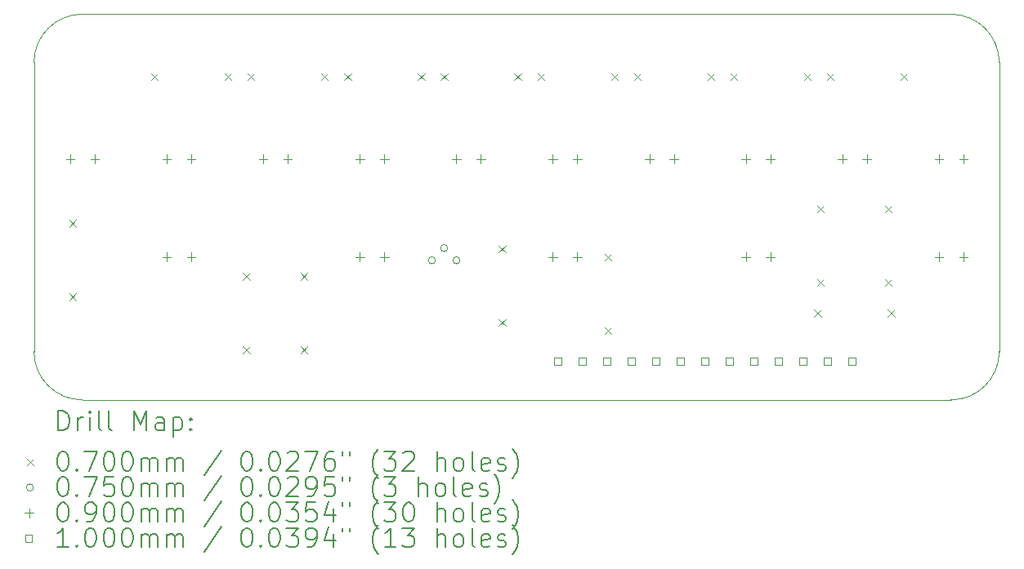
<source format=gbr>
%TF.GenerationSoftware,KiCad,Pcbnew,(6.0.9)*%
%TF.CreationDate,2023-01-08T16:31:36+01:00*%
%TF.ProjectId,led-counter,6c65642d-636f-4756-9e74-65722e6b6963,0.1*%
%TF.SameCoordinates,Original*%
%TF.FileFunction,Drillmap*%
%TF.FilePolarity,Positive*%
%FSLAX45Y45*%
G04 Gerber Fmt 4.5, Leading zero omitted, Abs format (unit mm)*
G04 Created by KiCad (PCBNEW (6.0.9)) date 2023-01-08 16:31:36*
%MOMM*%
%LPD*%
G01*
G04 APERTURE LIST*
%ADD10C,0.100000*%
%ADD11C,0.200000*%
%ADD12C,0.070000*%
%ADD13C,0.075000*%
%ADD14C,0.090000*%
G04 APERTURE END LIST*
D10*
X15000000Y-5100000D02*
G75*
G03*
X14500000Y-4600000I-500000J0D01*
G01*
X14500000Y-8600000D02*
G75*
G03*
X15000000Y-8100000I0J500000D01*
G01*
X5000000Y-8100000D02*
G75*
G03*
X5500000Y-8600000I500000J0D01*
G01*
X5500000Y-4600000D02*
G75*
G03*
X5000000Y-5100000I0J-500000D01*
G01*
X5000000Y-5100000D02*
X5000000Y-8100000D01*
X14500000Y-8600000D02*
X5500000Y-8600000D01*
X5500000Y-4600000D02*
X14500000Y-4600000D01*
X15000000Y-5100000D02*
X15000000Y-8100000D01*
D11*
D12*
X5365000Y-6734000D02*
X5435000Y-6804000D01*
X5435000Y-6734000D02*
X5365000Y-6804000D01*
X5365000Y-7496000D02*
X5435000Y-7566000D01*
X5435000Y-7496000D02*
X5365000Y-7566000D01*
X6215000Y-5215000D02*
X6285000Y-5285000D01*
X6285000Y-5215000D02*
X6215000Y-5285000D01*
X6977000Y-5215000D02*
X7047000Y-5285000D01*
X7047000Y-5215000D02*
X6977000Y-5285000D01*
X7165000Y-7284000D02*
X7235000Y-7354000D01*
X7235000Y-7284000D02*
X7165000Y-7354000D01*
X7165000Y-8046000D02*
X7235000Y-8116000D01*
X7235000Y-8046000D02*
X7165000Y-8116000D01*
X7215000Y-5215000D02*
X7285000Y-5285000D01*
X7285000Y-5215000D02*
X7215000Y-5285000D01*
X7765000Y-7284000D02*
X7835000Y-7354000D01*
X7835000Y-7284000D02*
X7765000Y-7354000D01*
X7765000Y-8046000D02*
X7835000Y-8116000D01*
X7835000Y-8046000D02*
X7765000Y-8116000D01*
X7977000Y-5215000D02*
X8047000Y-5285000D01*
X8047000Y-5215000D02*
X7977000Y-5285000D01*
X8215000Y-5215000D02*
X8285000Y-5285000D01*
X8285000Y-5215000D02*
X8215000Y-5285000D01*
X8977000Y-5215000D02*
X9047000Y-5285000D01*
X9047000Y-5215000D02*
X8977000Y-5285000D01*
X9215000Y-5215000D02*
X9285000Y-5285000D01*
X9285000Y-5215000D02*
X9215000Y-5285000D01*
X9816497Y-6998156D02*
X9886497Y-7068156D01*
X9886497Y-6998156D02*
X9816497Y-7068156D01*
X9816497Y-7760156D02*
X9886497Y-7830156D01*
X9886497Y-7760156D02*
X9816497Y-7830156D01*
X9977000Y-5215000D02*
X10047000Y-5285000D01*
X10047000Y-5215000D02*
X9977000Y-5285000D01*
X10215000Y-5215000D02*
X10285000Y-5285000D01*
X10285000Y-5215000D02*
X10215000Y-5285000D01*
X10915000Y-7084000D02*
X10985000Y-7154000D01*
X10985000Y-7084000D02*
X10915000Y-7154000D01*
X10915000Y-7846000D02*
X10985000Y-7916000D01*
X10985000Y-7846000D02*
X10915000Y-7916000D01*
X10977000Y-5215000D02*
X11047000Y-5285000D01*
X11047000Y-5215000D02*
X10977000Y-5285000D01*
X11215000Y-5215000D02*
X11285000Y-5285000D01*
X11285000Y-5215000D02*
X11215000Y-5285000D01*
X11977000Y-5215000D02*
X12047000Y-5285000D01*
X12047000Y-5215000D02*
X11977000Y-5285000D01*
X12215000Y-5215000D02*
X12285000Y-5285000D01*
X12285000Y-5215000D02*
X12215000Y-5285000D01*
X12977000Y-5215000D02*
X13047000Y-5285000D01*
X13047000Y-5215000D02*
X12977000Y-5285000D01*
X13084000Y-7665000D02*
X13154000Y-7735000D01*
X13154000Y-7665000D02*
X13084000Y-7735000D01*
X13115000Y-6584000D02*
X13185000Y-6654000D01*
X13185000Y-6584000D02*
X13115000Y-6654000D01*
X13115000Y-7346000D02*
X13185000Y-7416000D01*
X13185000Y-7346000D02*
X13115000Y-7416000D01*
X13215000Y-5215000D02*
X13285000Y-5285000D01*
X13285000Y-5215000D02*
X13215000Y-5285000D01*
X13815000Y-6584000D02*
X13885000Y-6654000D01*
X13885000Y-6584000D02*
X13815000Y-6654000D01*
X13815000Y-7346000D02*
X13885000Y-7416000D01*
X13885000Y-7346000D02*
X13815000Y-7416000D01*
X13846000Y-7665000D02*
X13916000Y-7735000D01*
X13916000Y-7665000D02*
X13846000Y-7735000D01*
X13977000Y-5215000D02*
X14047000Y-5285000D01*
X14047000Y-5215000D02*
X13977000Y-5285000D01*
D13*
X9160500Y-7153000D02*
G75*
G03*
X9160500Y-7153000I-37500J0D01*
G01*
X9287500Y-7026000D02*
G75*
G03*
X9287500Y-7026000I-37500J0D01*
G01*
X9414500Y-7153000D02*
G75*
G03*
X9414500Y-7153000I-37500J0D01*
G01*
D14*
X5375000Y-6055000D02*
X5375000Y-6145000D01*
X5330000Y-6100000D02*
X5420000Y-6100000D01*
X5629000Y-6055000D02*
X5629000Y-6145000D01*
X5584000Y-6100000D02*
X5674000Y-6100000D01*
X6375000Y-6055000D02*
X6375000Y-6145000D01*
X6330000Y-6100000D02*
X6420000Y-6100000D01*
X6375000Y-7071000D02*
X6375000Y-7161000D01*
X6330000Y-7116000D02*
X6420000Y-7116000D01*
X6629000Y-6055000D02*
X6629000Y-6145000D01*
X6584000Y-6100000D02*
X6674000Y-6100000D01*
X6629000Y-7071000D02*
X6629000Y-7161000D01*
X6584000Y-7116000D02*
X6674000Y-7116000D01*
X7375000Y-6055000D02*
X7375000Y-6145000D01*
X7330000Y-6100000D02*
X7420000Y-6100000D01*
X7629000Y-6055000D02*
X7629000Y-6145000D01*
X7584000Y-6100000D02*
X7674000Y-6100000D01*
X8375000Y-6055000D02*
X8375000Y-6145000D01*
X8330000Y-6100000D02*
X8420000Y-6100000D01*
X8375000Y-7071000D02*
X8375000Y-7161000D01*
X8330000Y-7116000D02*
X8420000Y-7116000D01*
X8629000Y-6055000D02*
X8629000Y-6145000D01*
X8584000Y-6100000D02*
X8674000Y-6100000D01*
X8629000Y-7071000D02*
X8629000Y-7161000D01*
X8584000Y-7116000D02*
X8674000Y-7116000D01*
X9375000Y-6055000D02*
X9375000Y-6145000D01*
X9330000Y-6100000D02*
X9420000Y-6100000D01*
X9629000Y-6055000D02*
X9629000Y-6145000D01*
X9584000Y-6100000D02*
X9674000Y-6100000D01*
X10375000Y-6055000D02*
X10375000Y-6145000D01*
X10330000Y-6100000D02*
X10420000Y-6100000D01*
X10375000Y-7071000D02*
X10375000Y-7161000D01*
X10330000Y-7116000D02*
X10420000Y-7116000D01*
X10629000Y-6055000D02*
X10629000Y-6145000D01*
X10584000Y-6100000D02*
X10674000Y-6100000D01*
X10629000Y-7071000D02*
X10629000Y-7161000D01*
X10584000Y-7116000D02*
X10674000Y-7116000D01*
X11375000Y-6055000D02*
X11375000Y-6145000D01*
X11330000Y-6100000D02*
X11420000Y-6100000D01*
X11629000Y-6055000D02*
X11629000Y-6145000D01*
X11584000Y-6100000D02*
X11674000Y-6100000D01*
X12375000Y-6055000D02*
X12375000Y-6145000D01*
X12330000Y-6100000D02*
X12420000Y-6100000D01*
X12375000Y-7071000D02*
X12375000Y-7161000D01*
X12330000Y-7116000D02*
X12420000Y-7116000D01*
X12629000Y-6055000D02*
X12629000Y-6145000D01*
X12584000Y-6100000D02*
X12674000Y-6100000D01*
X12629000Y-7071000D02*
X12629000Y-7161000D01*
X12584000Y-7116000D02*
X12674000Y-7116000D01*
X13375000Y-6055000D02*
X13375000Y-6145000D01*
X13330000Y-6100000D02*
X13420000Y-6100000D01*
X13629000Y-6055000D02*
X13629000Y-6145000D01*
X13584000Y-6100000D02*
X13674000Y-6100000D01*
X14375000Y-6055000D02*
X14375000Y-6145000D01*
X14330000Y-6100000D02*
X14420000Y-6100000D01*
X14375000Y-7071000D02*
X14375000Y-7161000D01*
X14330000Y-7116000D02*
X14420000Y-7116000D01*
X14629000Y-6055000D02*
X14629000Y-6145000D01*
X14584000Y-6100000D02*
X14674000Y-6100000D01*
X14629000Y-7071000D02*
X14629000Y-7161000D01*
X14584000Y-7116000D02*
X14674000Y-7116000D01*
D10*
X10462356Y-8235356D02*
X10462356Y-8164644D01*
X10391644Y-8164644D01*
X10391644Y-8235356D01*
X10462356Y-8235356D01*
X10716356Y-8235356D02*
X10716356Y-8164644D01*
X10645644Y-8164644D01*
X10645644Y-8235356D01*
X10716356Y-8235356D01*
X10970356Y-8235356D02*
X10970356Y-8164644D01*
X10899644Y-8164644D01*
X10899644Y-8235356D01*
X10970356Y-8235356D01*
X11224356Y-8235356D02*
X11224356Y-8164644D01*
X11153644Y-8164644D01*
X11153644Y-8235356D01*
X11224356Y-8235356D01*
X11478356Y-8235356D02*
X11478356Y-8164644D01*
X11407644Y-8164644D01*
X11407644Y-8235356D01*
X11478356Y-8235356D01*
X11732356Y-8235356D02*
X11732356Y-8164644D01*
X11661644Y-8164644D01*
X11661644Y-8235356D01*
X11732356Y-8235356D01*
X11986356Y-8235356D02*
X11986356Y-8164644D01*
X11915644Y-8164644D01*
X11915644Y-8235356D01*
X11986356Y-8235356D01*
X12240356Y-8235356D02*
X12240356Y-8164644D01*
X12169644Y-8164644D01*
X12169644Y-8235356D01*
X12240356Y-8235356D01*
X12494356Y-8235356D02*
X12494356Y-8164644D01*
X12423644Y-8164644D01*
X12423644Y-8235356D01*
X12494356Y-8235356D01*
X12748356Y-8235356D02*
X12748356Y-8164644D01*
X12677644Y-8164644D01*
X12677644Y-8235356D01*
X12748356Y-8235356D01*
X13002356Y-8235356D02*
X13002356Y-8164644D01*
X12931644Y-8164644D01*
X12931644Y-8235356D01*
X13002356Y-8235356D01*
X13256356Y-8235356D02*
X13256356Y-8164644D01*
X13185644Y-8164644D01*
X13185644Y-8235356D01*
X13256356Y-8235356D01*
X13510356Y-8235356D02*
X13510356Y-8164644D01*
X13439644Y-8164644D01*
X13439644Y-8235356D01*
X13510356Y-8235356D01*
D11*
X5252619Y-8915476D02*
X5252619Y-8715476D01*
X5300238Y-8715476D01*
X5328810Y-8725000D01*
X5347857Y-8744048D01*
X5357381Y-8763095D01*
X5366905Y-8801190D01*
X5366905Y-8829762D01*
X5357381Y-8867857D01*
X5347857Y-8886905D01*
X5328810Y-8905952D01*
X5300238Y-8915476D01*
X5252619Y-8915476D01*
X5452619Y-8915476D02*
X5452619Y-8782143D01*
X5452619Y-8820238D02*
X5462143Y-8801190D01*
X5471667Y-8791667D01*
X5490714Y-8782143D01*
X5509762Y-8782143D01*
X5576429Y-8915476D02*
X5576429Y-8782143D01*
X5576429Y-8715476D02*
X5566905Y-8725000D01*
X5576429Y-8734524D01*
X5585952Y-8725000D01*
X5576429Y-8715476D01*
X5576429Y-8734524D01*
X5700238Y-8915476D02*
X5681190Y-8905952D01*
X5671667Y-8886905D01*
X5671667Y-8715476D01*
X5805000Y-8915476D02*
X5785952Y-8905952D01*
X5776428Y-8886905D01*
X5776428Y-8715476D01*
X6033571Y-8915476D02*
X6033571Y-8715476D01*
X6100238Y-8858333D01*
X6166905Y-8715476D01*
X6166905Y-8915476D01*
X6347857Y-8915476D02*
X6347857Y-8810714D01*
X6338333Y-8791667D01*
X6319286Y-8782143D01*
X6281190Y-8782143D01*
X6262143Y-8791667D01*
X6347857Y-8905952D02*
X6328809Y-8915476D01*
X6281190Y-8915476D01*
X6262143Y-8905952D01*
X6252619Y-8886905D01*
X6252619Y-8867857D01*
X6262143Y-8848810D01*
X6281190Y-8839286D01*
X6328809Y-8839286D01*
X6347857Y-8829762D01*
X6443095Y-8782143D02*
X6443095Y-8982143D01*
X6443095Y-8791667D02*
X6462143Y-8782143D01*
X6500238Y-8782143D01*
X6519286Y-8791667D01*
X6528809Y-8801190D01*
X6538333Y-8820238D01*
X6538333Y-8877381D01*
X6528809Y-8896429D01*
X6519286Y-8905952D01*
X6500238Y-8915476D01*
X6462143Y-8915476D01*
X6443095Y-8905952D01*
X6624048Y-8896429D02*
X6633571Y-8905952D01*
X6624048Y-8915476D01*
X6614524Y-8905952D01*
X6624048Y-8896429D01*
X6624048Y-8915476D01*
X6624048Y-8791667D02*
X6633571Y-8801190D01*
X6624048Y-8810714D01*
X6614524Y-8801190D01*
X6624048Y-8791667D01*
X6624048Y-8810714D01*
D12*
X4925000Y-9210000D02*
X4995000Y-9280000D01*
X4995000Y-9210000D02*
X4925000Y-9280000D01*
D11*
X5290714Y-9135476D02*
X5309762Y-9135476D01*
X5328810Y-9145000D01*
X5338333Y-9154524D01*
X5347857Y-9173571D01*
X5357381Y-9211667D01*
X5357381Y-9259286D01*
X5347857Y-9297381D01*
X5338333Y-9316429D01*
X5328810Y-9325952D01*
X5309762Y-9335476D01*
X5290714Y-9335476D01*
X5271667Y-9325952D01*
X5262143Y-9316429D01*
X5252619Y-9297381D01*
X5243095Y-9259286D01*
X5243095Y-9211667D01*
X5252619Y-9173571D01*
X5262143Y-9154524D01*
X5271667Y-9145000D01*
X5290714Y-9135476D01*
X5443095Y-9316429D02*
X5452619Y-9325952D01*
X5443095Y-9335476D01*
X5433571Y-9325952D01*
X5443095Y-9316429D01*
X5443095Y-9335476D01*
X5519286Y-9135476D02*
X5652619Y-9135476D01*
X5566905Y-9335476D01*
X5766905Y-9135476D02*
X5785952Y-9135476D01*
X5805000Y-9145000D01*
X5814524Y-9154524D01*
X5824048Y-9173571D01*
X5833571Y-9211667D01*
X5833571Y-9259286D01*
X5824048Y-9297381D01*
X5814524Y-9316429D01*
X5805000Y-9325952D01*
X5785952Y-9335476D01*
X5766905Y-9335476D01*
X5747857Y-9325952D01*
X5738333Y-9316429D01*
X5728809Y-9297381D01*
X5719286Y-9259286D01*
X5719286Y-9211667D01*
X5728809Y-9173571D01*
X5738333Y-9154524D01*
X5747857Y-9145000D01*
X5766905Y-9135476D01*
X5957381Y-9135476D02*
X5976428Y-9135476D01*
X5995476Y-9145000D01*
X6005000Y-9154524D01*
X6014524Y-9173571D01*
X6024048Y-9211667D01*
X6024048Y-9259286D01*
X6014524Y-9297381D01*
X6005000Y-9316429D01*
X5995476Y-9325952D01*
X5976428Y-9335476D01*
X5957381Y-9335476D01*
X5938333Y-9325952D01*
X5928809Y-9316429D01*
X5919286Y-9297381D01*
X5909762Y-9259286D01*
X5909762Y-9211667D01*
X5919286Y-9173571D01*
X5928809Y-9154524D01*
X5938333Y-9145000D01*
X5957381Y-9135476D01*
X6109762Y-9335476D02*
X6109762Y-9202143D01*
X6109762Y-9221190D02*
X6119286Y-9211667D01*
X6138333Y-9202143D01*
X6166905Y-9202143D01*
X6185952Y-9211667D01*
X6195476Y-9230714D01*
X6195476Y-9335476D01*
X6195476Y-9230714D02*
X6205000Y-9211667D01*
X6224048Y-9202143D01*
X6252619Y-9202143D01*
X6271667Y-9211667D01*
X6281190Y-9230714D01*
X6281190Y-9335476D01*
X6376428Y-9335476D02*
X6376428Y-9202143D01*
X6376428Y-9221190D02*
X6385952Y-9211667D01*
X6405000Y-9202143D01*
X6433571Y-9202143D01*
X6452619Y-9211667D01*
X6462143Y-9230714D01*
X6462143Y-9335476D01*
X6462143Y-9230714D02*
X6471667Y-9211667D01*
X6490714Y-9202143D01*
X6519286Y-9202143D01*
X6538333Y-9211667D01*
X6547857Y-9230714D01*
X6547857Y-9335476D01*
X6938333Y-9125952D02*
X6766905Y-9383095D01*
X7195476Y-9135476D02*
X7214524Y-9135476D01*
X7233571Y-9145000D01*
X7243095Y-9154524D01*
X7252619Y-9173571D01*
X7262143Y-9211667D01*
X7262143Y-9259286D01*
X7252619Y-9297381D01*
X7243095Y-9316429D01*
X7233571Y-9325952D01*
X7214524Y-9335476D01*
X7195476Y-9335476D01*
X7176428Y-9325952D01*
X7166905Y-9316429D01*
X7157381Y-9297381D01*
X7147857Y-9259286D01*
X7147857Y-9211667D01*
X7157381Y-9173571D01*
X7166905Y-9154524D01*
X7176428Y-9145000D01*
X7195476Y-9135476D01*
X7347857Y-9316429D02*
X7357381Y-9325952D01*
X7347857Y-9335476D01*
X7338333Y-9325952D01*
X7347857Y-9316429D01*
X7347857Y-9335476D01*
X7481190Y-9135476D02*
X7500238Y-9135476D01*
X7519286Y-9145000D01*
X7528809Y-9154524D01*
X7538333Y-9173571D01*
X7547857Y-9211667D01*
X7547857Y-9259286D01*
X7538333Y-9297381D01*
X7528809Y-9316429D01*
X7519286Y-9325952D01*
X7500238Y-9335476D01*
X7481190Y-9335476D01*
X7462143Y-9325952D01*
X7452619Y-9316429D01*
X7443095Y-9297381D01*
X7433571Y-9259286D01*
X7433571Y-9211667D01*
X7443095Y-9173571D01*
X7452619Y-9154524D01*
X7462143Y-9145000D01*
X7481190Y-9135476D01*
X7624048Y-9154524D02*
X7633571Y-9145000D01*
X7652619Y-9135476D01*
X7700238Y-9135476D01*
X7719286Y-9145000D01*
X7728809Y-9154524D01*
X7738333Y-9173571D01*
X7738333Y-9192619D01*
X7728809Y-9221190D01*
X7614524Y-9335476D01*
X7738333Y-9335476D01*
X7805000Y-9135476D02*
X7938333Y-9135476D01*
X7852619Y-9335476D01*
X8100238Y-9135476D02*
X8062143Y-9135476D01*
X8043095Y-9145000D01*
X8033571Y-9154524D01*
X8014524Y-9183095D01*
X8005000Y-9221190D01*
X8005000Y-9297381D01*
X8014524Y-9316429D01*
X8024048Y-9325952D01*
X8043095Y-9335476D01*
X8081190Y-9335476D01*
X8100238Y-9325952D01*
X8109762Y-9316429D01*
X8119286Y-9297381D01*
X8119286Y-9249762D01*
X8109762Y-9230714D01*
X8100238Y-9221190D01*
X8081190Y-9211667D01*
X8043095Y-9211667D01*
X8024048Y-9221190D01*
X8014524Y-9230714D01*
X8005000Y-9249762D01*
X8195476Y-9135476D02*
X8195476Y-9173571D01*
X8271667Y-9135476D02*
X8271667Y-9173571D01*
X8566905Y-9411667D02*
X8557381Y-9402143D01*
X8538333Y-9373571D01*
X8528810Y-9354524D01*
X8519286Y-9325952D01*
X8509762Y-9278333D01*
X8509762Y-9240238D01*
X8519286Y-9192619D01*
X8528810Y-9164048D01*
X8538333Y-9145000D01*
X8557381Y-9116429D01*
X8566905Y-9106905D01*
X8624048Y-9135476D02*
X8747857Y-9135476D01*
X8681190Y-9211667D01*
X8709762Y-9211667D01*
X8728810Y-9221190D01*
X8738333Y-9230714D01*
X8747857Y-9249762D01*
X8747857Y-9297381D01*
X8738333Y-9316429D01*
X8728810Y-9325952D01*
X8709762Y-9335476D01*
X8652619Y-9335476D01*
X8633571Y-9325952D01*
X8624048Y-9316429D01*
X8824048Y-9154524D02*
X8833571Y-9145000D01*
X8852619Y-9135476D01*
X8900238Y-9135476D01*
X8919286Y-9145000D01*
X8928810Y-9154524D01*
X8938333Y-9173571D01*
X8938333Y-9192619D01*
X8928810Y-9221190D01*
X8814524Y-9335476D01*
X8938333Y-9335476D01*
X9176429Y-9335476D02*
X9176429Y-9135476D01*
X9262143Y-9335476D02*
X9262143Y-9230714D01*
X9252619Y-9211667D01*
X9233571Y-9202143D01*
X9205000Y-9202143D01*
X9185952Y-9211667D01*
X9176429Y-9221190D01*
X9385952Y-9335476D02*
X9366905Y-9325952D01*
X9357381Y-9316429D01*
X9347857Y-9297381D01*
X9347857Y-9240238D01*
X9357381Y-9221190D01*
X9366905Y-9211667D01*
X9385952Y-9202143D01*
X9414524Y-9202143D01*
X9433571Y-9211667D01*
X9443095Y-9221190D01*
X9452619Y-9240238D01*
X9452619Y-9297381D01*
X9443095Y-9316429D01*
X9433571Y-9325952D01*
X9414524Y-9335476D01*
X9385952Y-9335476D01*
X9566905Y-9335476D02*
X9547857Y-9325952D01*
X9538333Y-9306905D01*
X9538333Y-9135476D01*
X9719286Y-9325952D02*
X9700238Y-9335476D01*
X9662143Y-9335476D01*
X9643095Y-9325952D01*
X9633571Y-9306905D01*
X9633571Y-9230714D01*
X9643095Y-9211667D01*
X9662143Y-9202143D01*
X9700238Y-9202143D01*
X9719286Y-9211667D01*
X9728810Y-9230714D01*
X9728810Y-9249762D01*
X9633571Y-9268810D01*
X9805000Y-9325952D02*
X9824048Y-9335476D01*
X9862143Y-9335476D01*
X9881190Y-9325952D01*
X9890714Y-9306905D01*
X9890714Y-9297381D01*
X9881190Y-9278333D01*
X9862143Y-9268810D01*
X9833571Y-9268810D01*
X9814524Y-9259286D01*
X9805000Y-9240238D01*
X9805000Y-9230714D01*
X9814524Y-9211667D01*
X9833571Y-9202143D01*
X9862143Y-9202143D01*
X9881190Y-9211667D01*
X9957381Y-9411667D02*
X9966905Y-9402143D01*
X9985952Y-9373571D01*
X9995476Y-9354524D01*
X10005000Y-9325952D01*
X10014524Y-9278333D01*
X10014524Y-9240238D01*
X10005000Y-9192619D01*
X9995476Y-9164048D01*
X9985952Y-9145000D01*
X9966905Y-9116429D01*
X9957381Y-9106905D01*
D13*
X4995000Y-9509000D02*
G75*
G03*
X4995000Y-9509000I-37500J0D01*
G01*
D11*
X5290714Y-9399476D02*
X5309762Y-9399476D01*
X5328810Y-9409000D01*
X5338333Y-9418524D01*
X5347857Y-9437571D01*
X5357381Y-9475667D01*
X5357381Y-9523286D01*
X5347857Y-9561381D01*
X5338333Y-9580429D01*
X5328810Y-9589952D01*
X5309762Y-9599476D01*
X5290714Y-9599476D01*
X5271667Y-9589952D01*
X5262143Y-9580429D01*
X5252619Y-9561381D01*
X5243095Y-9523286D01*
X5243095Y-9475667D01*
X5252619Y-9437571D01*
X5262143Y-9418524D01*
X5271667Y-9409000D01*
X5290714Y-9399476D01*
X5443095Y-9580429D02*
X5452619Y-9589952D01*
X5443095Y-9599476D01*
X5433571Y-9589952D01*
X5443095Y-9580429D01*
X5443095Y-9599476D01*
X5519286Y-9399476D02*
X5652619Y-9399476D01*
X5566905Y-9599476D01*
X5824048Y-9399476D02*
X5728809Y-9399476D01*
X5719286Y-9494714D01*
X5728809Y-9485190D01*
X5747857Y-9475667D01*
X5795476Y-9475667D01*
X5814524Y-9485190D01*
X5824048Y-9494714D01*
X5833571Y-9513762D01*
X5833571Y-9561381D01*
X5824048Y-9580429D01*
X5814524Y-9589952D01*
X5795476Y-9599476D01*
X5747857Y-9599476D01*
X5728809Y-9589952D01*
X5719286Y-9580429D01*
X5957381Y-9399476D02*
X5976428Y-9399476D01*
X5995476Y-9409000D01*
X6005000Y-9418524D01*
X6014524Y-9437571D01*
X6024048Y-9475667D01*
X6024048Y-9523286D01*
X6014524Y-9561381D01*
X6005000Y-9580429D01*
X5995476Y-9589952D01*
X5976428Y-9599476D01*
X5957381Y-9599476D01*
X5938333Y-9589952D01*
X5928809Y-9580429D01*
X5919286Y-9561381D01*
X5909762Y-9523286D01*
X5909762Y-9475667D01*
X5919286Y-9437571D01*
X5928809Y-9418524D01*
X5938333Y-9409000D01*
X5957381Y-9399476D01*
X6109762Y-9599476D02*
X6109762Y-9466143D01*
X6109762Y-9485190D02*
X6119286Y-9475667D01*
X6138333Y-9466143D01*
X6166905Y-9466143D01*
X6185952Y-9475667D01*
X6195476Y-9494714D01*
X6195476Y-9599476D01*
X6195476Y-9494714D02*
X6205000Y-9475667D01*
X6224048Y-9466143D01*
X6252619Y-9466143D01*
X6271667Y-9475667D01*
X6281190Y-9494714D01*
X6281190Y-9599476D01*
X6376428Y-9599476D02*
X6376428Y-9466143D01*
X6376428Y-9485190D02*
X6385952Y-9475667D01*
X6405000Y-9466143D01*
X6433571Y-9466143D01*
X6452619Y-9475667D01*
X6462143Y-9494714D01*
X6462143Y-9599476D01*
X6462143Y-9494714D02*
X6471667Y-9475667D01*
X6490714Y-9466143D01*
X6519286Y-9466143D01*
X6538333Y-9475667D01*
X6547857Y-9494714D01*
X6547857Y-9599476D01*
X6938333Y-9389952D02*
X6766905Y-9647095D01*
X7195476Y-9399476D02*
X7214524Y-9399476D01*
X7233571Y-9409000D01*
X7243095Y-9418524D01*
X7252619Y-9437571D01*
X7262143Y-9475667D01*
X7262143Y-9523286D01*
X7252619Y-9561381D01*
X7243095Y-9580429D01*
X7233571Y-9589952D01*
X7214524Y-9599476D01*
X7195476Y-9599476D01*
X7176428Y-9589952D01*
X7166905Y-9580429D01*
X7157381Y-9561381D01*
X7147857Y-9523286D01*
X7147857Y-9475667D01*
X7157381Y-9437571D01*
X7166905Y-9418524D01*
X7176428Y-9409000D01*
X7195476Y-9399476D01*
X7347857Y-9580429D02*
X7357381Y-9589952D01*
X7347857Y-9599476D01*
X7338333Y-9589952D01*
X7347857Y-9580429D01*
X7347857Y-9599476D01*
X7481190Y-9399476D02*
X7500238Y-9399476D01*
X7519286Y-9409000D01*
X7528809Y-9418524D01*
X7538333Y-9437571D01*
X7547857Y-9475667D01*
X7547857Y-9523286D01*
X7538333Y-9561381D01*
X7528809Y-9580429D01*
X7519286Y-9589952D01*
X7500238Y-9599476D01*
X7481190Y-9599476D01*
X7462143Y-9589952D01*
X7452619Y-9580429D01*
X7443095Y-9561381D01*
X7433571Y-9523286D01*
X7433571Y-9475667D01*
X7443095Y-9437571D01*
X7452619Y-9418524D01*
X7462143Y-9409000D01*
X7481190Y-9399476D01*
X7624048Y-9418524D02*
X7633571Y-9409000D01*
X7652619Y-9399476D01*
X7700238Y-9399476D01*
X7719286Y-9409000D01*
X7728809Y-9418524D01*
X7738333Y-9437571D01*
X7738333Y-9456619D01*
X7728809Y-9485190D01*
X7614524Y-9599476D01*
X7738333Y-9599476D01*
X7833571Y-9599476D02*
X7871667Y-9599476D01*
X7890714Y-9589952D01*
X7900238Y-9580429D01*
X7919286Y-9551857D01*
X7928809Y-9513762D01*
X7928809Y-9437571D01*
X7919286Y-9418524D01*
X7909762Y-9409000D01*
X7890714Y-9399476D01*
X7852619Y-9399476D01*
X7833571Y-9409000D01*
X7824048Y-9418524D01*
X7814524Y-9437571D01*
X7814524Y-9485190D01*
X7824048Y-9504238D01*
X7833571Y-9513762D01*
X7852619Y-9523286D01*
X7890714Y-9523286D01*
X7909762Y-9513762D01*
X7919286Y-9504238D01*
X7928809Y-9485190D01*
X8109762Y-9399476D02*
X8014524Y-9399476D01*
X8005000Y-9494714D01*
X8014524Y-9485190D01*
X8033571Y-9475667D01*
X8081190Y-9475667D01*
X8100238Y-9485190D01*
X8109762Y-9494714D01*
X8119286Y-9513762D01*
X8119286Y-9561381D01*
X8109762Y-9580429D01*
X8100238Y-9589952D01*
X8081190Y-9599476D01*
X8033571Y-9599476D01*
X8014524Y-9589952D01*
X8005000Y-9580429D01*
X8195476Y-9399476D02*
X8195476Y-9437571D01*
X8271667Y-9399476D02*
X8271667Y-9437571D01*
X8566905Y-9675667D02*
X8557381Y-9666143D01*
X8538333Y-9637571D01*
X8528810Y-9618524D01*
X8519286Y-9589952D01*
X8509762Y-9542333D01*
X8509762Y-9504238D01*
X8519286Y-9456619D01*
X8528810Y-9428048D01*
X8538333Y-9409000D01*
X8557381Y-9380429D01*
X8566905Y-9370905D01*
X8624048Y-9399476D02*
X8747857Y-9399476D01*
X8681190Y-9475667D01*
X8709762Y-9475667D01*
X8728810Y-9485190D01*
X8738333Y-9494714D01*
X8747857Y-9513762D01*
X8747857Y-9561381D01*
X8738333Y-9580429D01*
X8728810Y-9589952D01*
X8709762Y-9599476D01*
X8652619Y-9599476D01*
X8633571Y-9589952D01*
X8624048Y-9580429D01*
X8985952Y-9599476D02*
X8985952Y-9399476D01*
X9071667Y-9599476D02*
X9071667Y-9494714D01*
X9062143Y-9475667D01*
X9043095Y-9466143D01*
X9014524Y-9466143D01*
X8995476Y-9475667D01*
X8985952Y-9485190D01*
X9195476Y-9599476D02*
X9176429Y-9589952D01*
X9166905Y-9580429D01*
X9157381Y-9561381D01*
X9157381Y-9504238D01*
X9166905Y-9485190D01*
X9176429Y-9475667D01*
X9195476Y-9466143D01*
X9224048Y-9466143D01*
X9243095Y-9475667D01*
X9252619Y-9485190D01*
X9262143Y-9504238D01*
X9262143Y-9561381D01*
X9252619Y-9580429D01*
X9243095Y-9589952D01*
X9224048Y-9599476D01*
X9195476Y-9599476D01*
X9376429Y-9599476D02*
X9357381Y-9589952D01*
X9347857Y-9570905D01*
X9347857Y-9399476D01*
X9528810Y-9589952D02*
X9509762Y-9599476D01*
X9471667Y-9599476D01*
X9452619Y-9589952D01*
X9443095Y-9570905D01*
X9443095Y-9494714D01*
X9452619Y-9475667D01*
X9471667Y-9466143D01*
X9509762Y-9466143D01*
X9528810Y-9475667D01*
X9538333Y-9494714D01*
X9538333Y-9513762D01*
X9443095Y-9532810D01*
X9614524Y-9589952D02*
X9633571Y-9599476D01*
X9671667Y-9599476D01*
X9690714Y-9589952D01*
X9700238Y-9570905D01*
X9700238Y-9561381D01*
X9690714Y-9542333D01*
X9671667Y-9532810D01*
X9643095Y-9532810D01*
X9624048Y-9523286D01*
X9614524Y-9504238D01*
X9614524Y-9494714D01*
X9624048Y-9475667D01*
X9643095Y-9466143D01*
X9671667Y-9466143D01*
X9690714Y-9475667D01*
X9766905Y-9675667D02*
X9776429Y-9666143D01*
X9795476Y-9637571D01*
X9805000Y-9618524D01*
X9814524Y-9589952D01*
X9824048Y-9542333D01*
X9824048Y-9504238D01*
X9814524Y-9456619D01*
X9805000Y-9428048D01*
X9795476Y-9409000D01*
X9776429Y-9380429D01*
X9766905Y-9370905D01*
D14*
X4950000Y-9728000D02*
X4950000Y-9818000D01*
X4905000Y-9773000D02*
X4995000Y-9773000D01*
D11*
X5290714Y-9663476D02*
X5309762Y-9663476D01*
X5328810Y-9673000D01*
X5338333Y-9682524D01*
X5347857Y-9701571D01*
X5357381Y-9739667D01*
X5357381Y-9787286D01*
X5347857Y-9825381D01*
X5338333Y-9844429D01*
X5328810Y-9853952D01*
X5309762Y-9863476D01*
X5290714Y-9863476D01*
X5271667Y-9853952D01*
X5262143Y-9844429D01*
X5252619Y-9825381D01*
X5243095Y-9787286D01*
X5243095Y-9739667D01*
X5252619Y-9701571D01*
X5262143Y-9682524D01*
X5271667Y-9673000D01*
X5290714Y-9663476D01*
X5443095Y-9844429D02*
X5452619Y-9853952D01*
X5443095Y-9863476D01*
X5433571Y-9853952D01*
X5443095Y-9844429D01*
X5443095Y-9863476D01*
X5547857Y-9863476D02*
X5585952Y-9863476D01*
X5605000Y-9853952D01*
X5614524Y-9844429D01*
X5633571Y-9815857D01*
X5643095Y-9777762D01*
X5643095Y-9701571D01*
X5633571Y-9682524D01*
X5624048Y-9673000D01*
X5605000Y-9663476D01*
X5566905Y-9663476D01*
X5547857Y-9673000D01*
X5538333Y-9682524D01*
X5528810Y-9701571D01*
X5528810Y-9749190D01*
X5538333Y-9768238D01*
X5547857Y-9777762D01*
X5566905Y-9787286D01*
X5605000Y-9787286D01*
X5624048Y-9777762D01*
X5633571Y-9768238D01*
X5643095Y-9749190D01*
X5766905Y-9663476D02*
X5785952Y-9663476D01*
X5805000Y-9673000D01*
X5814524Y-9682524D01*
X5824048Y-9701571D01*
X5833571Y-9739667D01*
X5833571Y-9787286D01*
X5824048Y-9825381D01*
X5814524Y-9844429D01*
X5805000Y-9853952D01*
X5785952Y-9863476D01*
X5766905Y-9863476D01*
X5747857Y-9853952D01*
X5738333Y-9844429D01*
X5728809Y-9825381D01*
X5719286Y-9787286D01*
X5719286Y-9739667D01*
X5728809Y-9701571D01*
X5738333Y-9682524D01*
X5747857Y-9673000D01*
X5766905Y-9663476D01*
X5957381Y-9663476D02*
X5976428Y-9663476D01*
X5995476Y-9673000D01*
X6005000Y-9682524D01*
X6014524Y-9701571D01*
X6024048Y-9739667D01*
X6024048Y-9787286D01*
X6014524Y-9825381D01*
X6005000Y-9844429D01*
X5995476Y-9853952D01*
X5976428Y-9863476D01*
X5957381Y-9863476D01*
X5938333Y-9853952D01*
X5928809Y-9844429D01*
X5919286Y-9825381D01*
X5909762Y-9787286D01*
X5909762Y-9739667D01*
X5919286Y-9701571D01*
X5928809Y-9682524D01*
X5938333Y-9673000D01*
X5957381Y-9663476D01*
X6109762Y-9863476D02*
X6109762Y-9730143D01*
X6109762Y-9749190D02*
X6119286Y-9739667D01*
X6138333Y-9730143D01*
X6166905Y-9730143D01*
X6185952Y-9739667D01*
X6195476Y-9758714D01*
X6195476Y-9863476D01*
X6195476Y-9758714D02*
X6205000Y-9739667D01*
X6224048Y-9730143D01*
X6252619Y-9730143D01*
X6271667Y-9739667D01*
X6281190Y-9758714D01*
X6281190Y-9863476D01*
X6376428Y-9863476D02*
X6376428Y-9730143D01*
X6376428Y-9749190D02*
X6385952Y-9739667D01*
X6405000Y-9730143D01*
X6433571Y-9730143D01*
X6452619Y-9739667D01*
X6462143Y-9758714D01*
X6462143Y-9863476D01*
X6462143Y-9758714D02*
X6471667Y-9739667D01*
X6490714Y-9730143D01*
X6519286Y-9730143D01*
X6538333Y-9739667D01*
X6547857Y-9758714D01*
X6547857Y-9863476D01*
X6938333Y-9653952D02*
X6766905Y-9911095D01*
X7195476Y-9663476D02*
X7214524Y-9663476D01*
X7233571Y-9673000D01*
X7243095Y-9682524D01*
X7252619Y-9701571D01*
X7262143Y-9739667D01*
X7262143Y-9787286D01*
X7252619Y-9825381D01*
X7243095Y-9844429D01*
X7233571Y-9853952D01*
X7214524Y-9863476D01*
X7195476Y-9863476D01*
X7176428Y-9853952D01*
X7166905Y-9844429D01*
X7157381Y-9825381D01*
X7147857Y-9787286D01*
X7147857Y-9739667D01*
X7157381Y-9701571D01*
X7166905Y-9682524D01*
X7176428Y-9673000D01*
X7195476Y-9663476D01*
X7347857Y-9844429D02*
X7357381Y-9853952D01*
X7347857Y-9863476D01*
X7338333Y-9853952D01*
X7347857Y-9844429D01*
X7347857Y-9863476D01*
X7481190Y-9663476D02*
X7500238Y-9663476D01*
X7519286Y-9673000D01*
X7528809Y-9682524D01*
X7538333Y-9701571D01*
X7547857Y-9739667D01*
X7547857Y-9787286D01*
X7538333Y-9825381D01*
X7528809Y-9844429D01*
X7519286Y-9853952D01*
X7500238Y-9863476D01*
X7481190Y-9863476D01*
X7462143Y-9853952D01*
X7452619Y-9844429D01*
X7443095Y-9825381D01*
X7433571Y-9787286D01*
X7433571Y-9739667D01*
X7443095Y-9701571D01*
X7452619Y-9682524D01*
X7462143Y-9673000D01*
X7481190Y-9663476D01*
X7614524Y-9663476D02*
X7738333Y-9663476D01*
X7671667Y-9739667D01*
X7700238Y-9739667D01*
X7719286Y-9749190D01*
X7728809Y-9758714D01*
X7738333Y-9777762D01*
X7738333Y-9825381D01*
X7728809Y-9844429D01*
X7719286Y-9853952D01*
X7700238Y-9863476D01*
X7643095Y-9863476D01*
X7624048Y-9853952D01*
X7614524Y-9844429D01*
X7919286Y-9663476D02*
X7824048Y-9663476D01*
X7814524Y-9758714D01*
X7824048Y-9749190D01*
X7843095Y-9739667D01*
X7890714Y-9739667D01*
X7909762Y-9749190D01*
X7919286Y-9758714D01*
X7928809Y-9777762D01*
X7928809Y-9825381D01*
X7919286Y-9844429D01*
X7909762Y-9853952D01*
X7890714Y-9863476D01*
X7843095Y-9863476D01*
X7824048Y-9853952D01*
X7814524Y-9844429D01*
X8100238Y-9730143D02*
X8100238Y-9863476D01*
X8052619Y-9653952D02*
X8005000Y-9796810D01*
X8128809Y-9796810D01*
X8195476Y-9663476D02*
X8195476Y-9701571D01*
X8271667Y-9663476D02*
X8271667Y-9701571D01*
X8566905Y-9939667D02*
X8557381Y-9930143D01*
X8538333Y-9901571D01*
X8528810Y-9882524D01*
X8519286Y-9853952D01*
X8509762Y-9806333D01*
X8509762Y-9768238D01*
X8519286Y-9720619D01*
X8528810Y-9692048D01*
X8538333Y-9673000D01*
X8557381Y-9644429D01*
X8566905Y-9634905D01*
X8624048Y-9663476D02*
X8747857Y-9663476D01*
X8681190Y-9739667D01*
X8709762Y-9739667D01*
X8728810Y-9749190D01*
X8738333Y-9758714D01*
X8747857Y-9777762D01*
X8747857Y-9825381D01*
X8738333Y-9844429D01*
X8728810Y-9853952D01*
X8709762Y-9863476D01*
X8652619Y-9863476D01*
X8633571Y-9853952D01*
X8624048Y-9844429D01*
X8871667Y-9663476D02*
X8890714Y-9663476D01*
X8909762Y-9673000D01*
X8919286Y-9682524D01*
X8928810Y-9701571D01*
X8938333Y-9739667D01*
X8938333Y-9787286D01*
X8928810Y-9825381D01*
X8919286Y-9844429D01*
X8909762Y-9853952D01*
X8890714Y-9863476D01*
X8871667Y-9863476D01*
X8852619Y-9853952D01*
X8843095Y-9844429D01*
X8833571Y-9825381D01*
X8824048Y-9787286D01*
X8824048Y-9739667D01*
X8833571Y-9701571D01*
X8843095Y-9682524D01*
X8852619Y-9673000D01*
X8871667Y-9663476D01*
X9176429Y-9863476D02*
X9176429Y-9663476D01*
X9262143Y-9863476D02*
X9262143Y-9758714D01*
X9252619Y-9739667D01*
X9233571Y-9730143D01*
X9205000Y-9730143D01*
X9185952Y-9739667D01*
X9176429Y-9749190D01*
X9385952Y-9863476D02*
X9366905Y-9853952D01*
X9357381Y-9844429D01*
X9347857Y-9825381D01*
X9347857Y-9768238D01*
X9357381Y-9749190D01*
X9366905Y-9739667D01*
X9385952Y-9730143D01*
X9414524Y-9730143D01*
X9433571Y-9739667D01*
X9443095Y-9749190D01*
X9452619Y-9768238D01*
X9452619Y-9825381D01*
X9443095Y-9844429D01*
X9433571Y-9853952D01*
X9414524Y-9863476D01*
X9385952Y-9863476D01*
X9566905Y-9863476D02*
X9547857Y-9853952D01*
X9538333Y-9834905D01*
X9538333Y-9663476D01*
X9719286Y-9853952D02*
X9700238Y-9863476D01*
X9662143Y-9863476D01*
X9643095Y-9853952D01*
X9633571Y-9834905D01*
X9633571Y-9758714D01*
X9643095Y-9739667D01*
X9662143Y-9730143D01*
X9700238Y-9730143D01*
X9719286Y-9739667D01*
X9728810Y-9758714D01*
X9728810Y-9777762D01*
X9633571Y-9796810D01*
X9805000Y-9853952D02*
X9824048Y-9863476D01*
X9862143Y-9863476D01*
X9881190Y-9853952D01*
X9890714Y-9834905D01*
X9890714Y-9825381D01*
X9881190Y-9806333D01*
X9862143Y-9796810D01*
X9833571Y-9796810D01*
X9814524Y-9787286D01*
X9805000Y-9768238D01*
X9805000Y-9758714D01*
X9814524Y-9739667D01*
X9833571Y-9730143D01*
X9862143Y-9730143D01*
X9881190Y-9739667D01*
X9957381Y-9939667D02*
X9966905Y-9930143D01*
X9985952Y-9901571D01*
X9995476Y-9882524D01*
X10005000Y-9853952D01*
X10014524Y-9806333D01*
X10014524Y-9768238D01*
X10005000Y-9720619D01*
X9995476Y-9692048D01*
X9985952Y-9673000D01*
X9966905Y-9644429D01*
X9957381Y-9634905D01*
D10*
X4980356Y-10072356D02*
X4980356Y-10001644D01*
X4909644Y-10001644D01*
X4909644Y-10072356D01*
X4980356Y-10072356D01*
D11*
X5357381Y-10127476D02*
X5243095Y-10127476D01*
X5300238Y-10127476D02*
X5300238Y-9927476D01*
X5281190Y-9956048D01*
X5262143Y-9975095D01*
X5243095Y-9984619D01*
X5443095Y-10108429D02*
X5452619Y-10117952D01*
X5443095Y-10127476D01*
X5433571Y-10117952D01*
X5443095Y-10108429D01*
X5443095Y-10127476D01*
X5576429Y-9927476D02*
X5595476Y-9927476D01*
X5614524Y-9937000D01*
X5624048Y-9946524D01*
X5633571Y-9965571D01*
X5643095Y-10003667D01*
X5643095Y-10051286D01*
X5633571Y-10089381D01*
X5624048Y-10108429D01*
X5614524Y-10117952D01*
X5595476Y-10127476D01*
X5576429Y-10127476D01*
X5557381Y-10117952D01*
X5547857Y-10108429D01*
X5538333Y-10089381D01*
X5528810Y-10051286D01*
X5528810Y-10003667D01*
X5538333Y-9965571D01*
X5547857Y-9946524D01*
X5557381Y-9937000D01*
X5576429Y-9927476D01*
X5766905Y-9927476D02*
X5785952Y-9927476D01*
X5805000Y-9937000D01*
X5814524Y-9946524D01*
X5824048Y-9965571D01*
X5833571Y-10003667D01*
X5833571Y-10051286D01*
X5824048Y-10089381D01*
X5814524Y-10108429D01*
X5805000Y-10117952D01*
X5785952Y-10127476D01*
X5766905Y-10127476D01*
X5747857Y-10117952D01*
X5738333Y-10108429D01*
X5728809Y-10089381D01*
X5719286Y-10051286D01*
X5719286Y-10003667D01*
X5728809Y-9965571D01*
X5738333Y-9946524D01*
X5747857Y-9937000D01*
X5766905Y-9927476D01*
X5957381Y-9927476D02*
X5976428Y-9927476D01*
X5995476Y-9937000D01*
X6005000Y-9946524D01*
X6014524Y-9965571D01*
X6024048Y-10003667D01*
X6024048Y-10051286D01*
X6014524Y-10089381D01*
X6005000Y-10108429D01*
X5995476Y-10117952D01*
X5976428Y-10127476D01*
X5957381Y-10127476D01*
X5938333Y-10117952D01*
X5928809Y-10108429D01*
X5919286Y-10089381D01*
X5909762Y-10051286D01*
X5909762Y-10003667D01*
X5919286Y-9965571D01*
X5928809Y-9946524D01*
X5938333Y-9937000D01*
X5957381Y-9927476D01*
X6109762Y-10127476D02*
X6109762Y-9994143D01*
X6109762Y-10013190D02*
X6119286Y-10003667D01*
X6138333Y-9994143D01*
X6166905Y-9994143D01*
X6185952Y-10003667D01*
X6195476Y-10022714D01*
X6195476Y-10127476D01*
X6195476Y-10022714D02*
X6205000Y-10003667D01*
X6224048Y-9994143D01*
X6252619Y-9994143D01*
X6271667Y-10003667D01*
X6281190Y-10022714D01*
X6281190Y-10127476D01*
X6376428Y-10127476D02*
X6376428Y-9994143D01*
X6376428Y-10013190D02*
X6385952Y-10003667D01*
X6405000Y-9994143D01*
X6433571Y-9994143D01*
X6452619Y-10003667D01*
X6462143Y-10022714D01*
X6462143Y-10127476D01*
X6462143Y-10022714D02*
X6471667Y-10003667D01*
X6490714Y-9994143D01*
X6519286Y-9994143D01*
X6538333Y-10003667D01*
X6547857Y-10022714D01*
X6547857Y-10127476D01*
X6938333Y-9917952D02*
X6766905Y-10175095D01*
X7195476Y-9927476D02*
X7214524Y-9927476D01*
X7233571Y-9937000D01*
X7243095Y-9946524D01*
X7252619Y-9965571D01*
X7262143Y-10003667D01*
X7262143Y-10051286D01*
X7252619Y-10089381D01*
X7243095Y-10108429D01*
X7233571Y-10117952D01*
X7214524Y-10127476D01*
X7195476Y-10127476D01*
X7176428Y-10117952D01*
X7166905Y-10108429D01*
X7157381Y-10089381D01*
X7147857Y-10051286D01*
X7147857Y-10003667D01*
X7157381Y-9965571D01*
X7166905Y-9946524D01*
X7176428Y-9937000D01*
X7195476Y-9927476D01*
X7347857Y-10108429D02*
X7357381Y-10117952D01*
X7347857Y-10127476D01*
X7338333Y-10117952D01*
X7347857Y-10108429D01*
X7347857Y-10127476D01*
X7481190Y-9927476D02*
X7500238Y-9927476D01*
X7519286Y-9937000D01*
X7528809Y-9946524D01*
X7538333Y-9965571D01*
X7547857Y-10003667D01*
X7547857Y-10051286D01*
X7538333Y-10089381D01*
X7528809Y-10108429D01*
X7519286Y-10117952D01*
X7500238Y-10127476D01*
X7481190Y-10127476D01*
X7462143Y-10117952D01*
X7452619Y-10108429D01*
X7443095Y-10089381D01*
X7433571Y-10051286D01*
X7433571Y-10003667D01*
X7443095Y-9965571D01*
X7452619Y-9946524D01*
X7462143Y-9937000D01*
X7481190Y-9927476D01*
X7614524Y-9927476D02*
X7738333Y-9927476D01*
X7671667Y-10003667D01*
X7700238Y-10003667D01*
X7719286Y-10013190D01*
X7728809Y-10022714D01*
X7738333Y-10041762D01*
X7738333Y-10089381D01*
X7728809Y-10108429D01*
X7719286Y-10117952D01*
X7700238Y-10127476D01*
X7643095Y-10127476D01*
X7624048Y-10117952D01*
X7614524Y-10108429D01*
X7833571Y-10127476D02*
X7871667Y-10127476D01*
X7890714Y-10117952D01*
X7900238Y-10108429D01*
X7919286Y-10079857D01*
X7928809Y-10041762D01*
X7928809Y-9965571D01*
X7919286Y-9946524D01*
X7909762Y-9937000D01*
X7890714Y-9927476D01*
X7852619Y-9927476D01*
X7833571Y-9937000D01*
X7824048Y-9946524D01*
X7814524Y-9965571D01*
X7814524Y-10013190D01*
X7824048Y-10032238D01*
X7833571Y-10041762D01*
X7852619Y-10051286D01*
X7890714Y-10051286D01*
X7909762Y-10041762D01*
X7919286Y-10032238D01*
X7928809Y-10013190D01*
X8100238Y-9994143D02*
X8100238Y-10127476D01*
X8052619Y-9917952D02*
X8005000Y-10060810D01*
X8128809Y-10060810D01*
X8195476Y-9927476D02*
X8195476Y-9965571D01*
X8271667Y-9927476D02*
X8271667Y-9965571D01*
X8566905Y-10203667D02*
X8557381Y-10194143D01*
X8538333Y-10165571D01*
X8528810Y-10146524D01*
X8519286Y-10117952D01*
X8509762Y-10070333D01*
X8509762Y-10032238D01*
X8519286Y-9984619D01*
X8528810Y-9956048D01*
X8538333Y-9937000D01*
X8557381Y-9908429D01*
X8566905Y-9898905D01*
X8747857Y-10127476D02*
X8633571Y-10127476D01*
X8690714Y-10127476D02*
X8690714Y-9927476D01*
X8671667Y-9956048D01*
X8652619Y-9975095D01*
X8633571Y-9984619D01*
X8814524Y-9927476D02*
X8938333Y-9927476D01*
X8871667Y-10003667D01*
X8900238Y-10003667D01*
X8919286Y-10013190D01*
X8928810Y-10022714D01*
X8938333Y-10041762D01*
X8938333Y-10089381D01*
X8928810Y-10108429D01*
X8919286Y-10117952D01*
X8900238Y-10127476D01*
X8843095Y-10127476D01*
X8824048Y-10117952D01*
X8814524Y-10108429D01*
X9176429Y-10127476D02*
X9176429Y-9927476D01*
X9262143Y-10127476D02*
X9262143Y-10022714D01*
X9252619Y-10003667D01*
X9233571Y-9994143D01*
X9205000Y-9994143D01*
X9185952Y-10003667D01*
X9176429Y-10013190D01*
X9385952Y-10127476D02*
X9366905Y-10117952D01*
X9357381Y-10108429D01*
X9347857Y-10089381D01*
X9347857Y-10032238D01*
X9357381Y-10013190D01*
X9366905Y-10003667D01*
X9385952Y-9994143D01*
X9414524Y-9994143D01*
X9433571Y-10003667D01*
X9443095Y-10013190D01*
X9452619Y-10032238D01*
X9452619Y-10089381D01*
X9443095Y-10108429D01*
X9433571Y-10117952D01*
X9414524Y-10127476D01*
X9385952Y-10127476D01*
X9566905Y-10127476D02*
X9547857Y-10117952D01*
X9538333Y-10098905D01*
X9538333Y-9927476D01*
X9719286Y-10117952D02*
X9700238Y-10127476D01*
X9662143Y-10127476D01*
X9643095Y-10117952D01*
X9633571Y-10098905D01*
X9633571Y-10022714D01*
X9643095Y-10003667D01*
X9662143Y-9994143D01*
X9700238Y-9994143D01*
X9719286Y-10003667D01*
X9728810Y-10022714D01*
X9728810Y-10041762D01*
X9633571Y-10060810D01*
X9805000Y-10117952D02*
X9824048Y-10127476D01*
X9862143Y-10127476D01*
X9881190Y-10117952D01*
X9890714Y-10098905D01*
X9890714Y-10089381D01*
X9881190Y-10070333D01*
X9862143Y-10060810D01*
X9833571Y-10060810D01*
X9814524Y-10051286D01*
X9805000Y-10032238D01*
X9805000Y-10022714D01*
X9814524Y-10003667D01*
X9833571Y-9994143D01*
X9862143Y-9994143D01*
X9881190Y-10003667D01*
X9957381Y-10203667D02*
X9966905Y-10194143D01*
X9985952Y-10165571D01*
X9995476Y-10146524D01*
X10005000Y-10117952D01*
X10014524Y-10070333D01*
X10014524Y-10032238D01*
X10005000Y-9984619D01*
X9995476Y-9956048D01*
X9985952Y-9937000D01*
X9966905Y-9908429D01*
X9957381Y-9898905D01*
M02*

</source>
